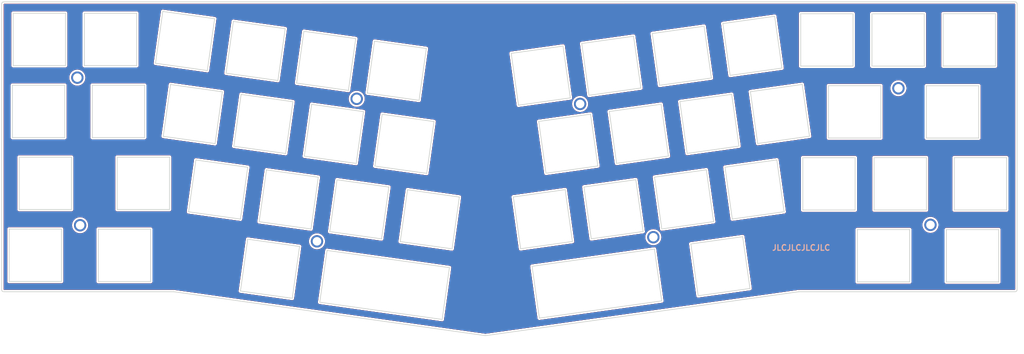
<source format=kicad_pcb>
(kicad_pcb (version 20210126) (generator pcbnew)
  (layers (0 "F.Cu" signal) (31 "B.Cu" signal) (34 "B.Paste" user) (35 "F.Paste" user) (36 "B.SilkS" user "B.Silkscreen") (37 "F.SilkS" user "F.Silkscreen") (38 "B.Mask" user) (39 "F.Mask" user) (44 "Edge.Cuts" user))
  (net 0 "")
  (footprint "keyboard_parts:MountingHole_M2" (layer "F.Cu") (at 93.64 98.26)
    (fp_text reference "H6" hide)
    (fp_text value "Hole")
    (pad "1" thru_hole circle (at 0 0) (size 3.3 3.3) (drill 2.3) (layers *.Cu *.Mask))
  )
  (footprint "keyboard_parts:MountingHole_M2" (layer "F.Cu") (at 29.56 54.49)
    (fp_text reference "H1" hide)
    (fp_text value "Hole")
    (pad "1" thru_hole circle (at 0 0) (size 3.3 3.3) (drill 2.3) (layers *.Cu *.Mask))
  )
  (footprint "keyboard_parts:MountingHole_M2" (layer "F.Cu") (at 249.12 57.33)
    (fp_text reference "H3" hide)
    (fp_text value "Hole")
    (pad "1" thru_hole circle (at 0 0) (size 3.3 3.3) (drill 2.3) (layers *.Cu *.Mask))
  )
  (footprint "keyboard_parts:MountingHole_M2" (layer "F.Cu") (at 104.26 60.15)
    (fp_text reference "H5" hide)
    (fp_text value "Hole")
    (pad "1" thru_hole circle (at 0 0) (size 3.3 3.3) (drill 2.3) (layers *.Cu *.Mask))
  )
  (footprint "keyboard_parts:MountingHole_M2" (layer "F.Cu") (at 183.58 97.16)
    (fp_text reference "H7" hide)
    (fp_text value "Hole")
    (pad "1" thru_hole circle (at 0 0) (size 3.3 3.3) (drill 2.3) (layers *.Cu *.Mask))
  )
  (footprint "keyboard_parts:MountingHole_M2" (layer "F.Cu") (at 257.68 93.86)
    (fp_text reference "H4" hide)
    (fp_text value "Hole")
    (pad "1" thru_hole circle (at 0 0) (size 3.3 3.3) (drill 2.3) (layers *.Cu *.Mask))
  )
  (footprint "keyboard_parts:MountingHole_M2" (layer "F.Cu") (at 164 61.52)
    (fp_text reference "H8" hide)
    (fp_text value "Hole")
    (pad "1" thru_hole circle (at 0 0) (size 3.3 3.3) (drill 2.3) (layers *.Cu *.Mask))
  )
  (footprint "keyboard_parts:MountingHole_M2" (layer "F.Cu") (at 30.3 93.96)
    (fp_text reference "H2" hide)
    (fp_text value "Hole")
    (pad "1" thru_hole circle (at 0 0) (size 3.3 3.3) (drill 2.3) (layers *.Cu *.Mask))
  )
  (gr_line (start 187.612 75.46) (end 173.748 77.4084) (layer "Edge.Cuts") (width 0.2))
  (gr_line (start 104.002 44.0446) (end 102.054 57.9084) (layer "Edge.Cuts") (width 0.2))
  (gr_line (start 26.396 37.2623) (end 26.396 51.2623) (layer "Edge.Cuts") (width 0.2))
  (gr_line (start 11.326 108.9823) (end 11.326 94.9823) (layer "Edge.Cuts") (width 0.2))
  (gr_line (start 244.416 70.6423) (end 230.416 70.6423) (layer "Edge.Cuts") (width 0.2))
  (gr_line (start 75.1221 78.4546) (end 73.1737 92.3184) (layer "Edge.Cuts") (width 0.2))
  (gr_line (start 31.436 37.2723) (end 45.436 37.2723) (layer "Edge.Cuts") (width 0.2))
  (gr_line (start 64.323699 52.5984) (end 50.4599 50.65) (layer "Edge.Cuts") (width 0.2))
  (gr_line (start 73.3483 58.9762) (end 87.2121 60.9246) (layer "Edge.Cuts") (width 0.2))
  (gr_line (start 193.61 98.9546) (end 207.473999 97.0062) (layer "Edge.Cuts") (width 0.2))
  (gr_line (start 218.551999 90.35) (end 204.688 92.2984) (layer "Edge.Cuts") (width 0.2))
  (gr_line (start 211.478 72.1084) (end 209.53 58.2446) (layer "Edge.Cuts") (width 0.2))
  (gr_line (start 183.878 100.3273) (end 185.826 114.1913) (layer "Edge.Cuts") (width 0.2))
  (gr_line (start 238.116 109.1123) (end 238.116 95.1123) (layer "Edge.Cuts") (width 0.2))
  (gr_line (start 9.836 34.2337) (end 280.336 34.2337) (layer "Edge.Cuts") (width 0.2))
  (gr_line (start 49.156 109.0023) (end 35.156 109.0023) (layer "Edge.Cuts") (width 0.2))
  (gr_line (start 256.606 75.8823) (end 256.606 89.8823) (layer "Edge.Cuts") (width 0.2))
  (gr_line (start 216.604 76.4862) (end 218.551999 90.35) (layer "Edge.Cuts") (width 0.2))
  (gr_line (start 78.1799 93.02) (end 80.1283 79.1562) (layer "Edge.Cuts") (width 0.2))
  (gr_line (start 109.018 44.7462) (end 122.882 46.6946) (layer "Edge.Cuts") (width 0.2))
  (gr_line (start 28.006 89.7523) (end 14.006 89.7523) (layer "Edge.Cuts") (width 0.2))
  (gr_line (start 138.608217 123.466406) (end 55.403882 111.738192) (layer "Edge.Cuts") (width 0.2))
  (gr_line (start 31.436 51.2723) (end 31.436 37.2723) (layer "Edge.Cuts") (width 0.2))
  (gr_line (start 160.003999 84.4362) (end 161.952 98.3) (layer "Edge.Cuts") (width 0.2))
  (gr_line (start 237.546 89.8923) (end 223.546 89.8923) (layer "Edge.Cuts") (width 0.2))
  (gr_line (start 183.29 42.6846) (end 197.154 40.7362) (layer "Edge.Cuts") (width 0.2))
  (gr_line (start 92.0437 94.9684) (end 78.1799 93.02) (layer "Edge.Cuts") (width 0.2))
  (gr_line (start 85.1421 41.3946) (end 83.1937 55.2584) (layer "Edge.Cuts") (width 0.2))
  (gr_line (start 159.434 46.0462) (end 161.382 59.91) (layer "Edge.Cuts") (width 0.2))
  (gr_line (start 54.206 89.7523) (end 40.206 89.7523) (layer "Edge.Cuts") (width 0.2))
  (gr_line (start 165.03 83.7246) (end 178.894 81.7762) (layer "Edge.Cuts") (width 0.2))
  (gr_line (start 236.986 51.4023) (end 222.986 51.4023) (layer "Edge.Cuts") (width 0.2))
  (gr_line (start 252.116 109.1123) (end 238.116 109.1123) (layer "Edge.Cuts") (width 0.2))
  (gr_line (start 120.934 60.5584) (end 107.07 58.61) (layer "Edge.Cuts") (width 0.2))
  (gr_line (start 9.336 111.2333) (end 9.336 34.7337) (layer "Edge.Cuts") (width 0.2))
  (gr_line (start 223.546 89.8923) (end 223.546 75.8923) (layer "Edge.Cuts") (width 0.2))
  (gr_line (start 117.848 84.4662) (end 131.712 86.4146) (layer "Edge.Cuts") (width 0.2))
  (gr_line (start 12.396 51.2623) (end 12.396 37.2623) (layer "Edge.Cuts") (width 0.2))
  (gr_line (start 68.3421 58.2746) (end 66.3937 72.1384) (layer "Edge.Cuts") (width 0.2))
  (gr_line (start 25.326 108.9823) (end 11.326 108.9823) (layer "Edge.Cuts") (width 0.2))
  (gr_line (start 90.2599 75.49) (end 92.2083 61.6262) (layer "Edge.Cuts") (width 0.2))
  (gr_line (start 209.53 58.2446) (end 223.394 56.2962) (layer "Edge.Cuts") (width 0.2))
  (gr_line (start 107.07 58.61) (end 109.018 44.7462) (layer "Edge.Cuts") (width 0.2))
  (gr_line (start 49.156 95.0023) (end 49.156 109.0023) (layer "Edge.Cuts") (width 0.2))
  (gr_line (start 35.156 95.0023) (end 49.156 95.0023) (layer "Edge.Cuts") (width 0.2))
  (gr_line (start 147.518 61.8584) (end 145.569999 47.9946) (layer "Edge.Cuts") (width 0.2))
  (gr_line (start 26.396 51.2623) (end 12.396 51.2623) (layer "Edge.Cuts") (width 0.2))
  (gr_line (start 280.336 111.7333) (end 222.479 111.733301) (layer "Edge.Cuts") (width 0.2))
  (gr_line (start 204.108 53.8884) (end 202.16 40.0246) (layer "Edge.Cuts") (width 0.2))
  (gr_line (start 73.1699 111.5503) (end 75.1183 97.6862) (layer "Edge.Cuts") (width 0.2))
  (gr_line (start 261.936 95.1323) (end 275.936 95.1323) (layer "Edge.Cuts") (width 0.2))
  (gr_line (start 185.238 56.5484) (end 183.29 42.6846) (layer "Edge.Cuts") (width 0.2))
  (gr_line (start 199.102 54.6) (end 185.238 56.5484) (layer "Edge.Cuts") (width 0.2))
  (gr_line (start 173.748 77.4084) (end 171.8 63.5446) (layer "Edge.Cuts") (width 0.2))
  (gr_line (start 127.112 119.1533) (end 94.3839 114.5533) (layer "Edge.Cuts") (width 0.2))
  (gr_line (start 124.932 66.234599) (end 122.984 80.0984) (layer "Edge.Cuts") (width 0.2))
  (gr_arc (start 138.678 122.9713) (end 138.608217 123.466406) (angle -16.0022) (layer "Edge.Cuts") (width 0.2))
  (gr_line (start 14.006 89.7523) (end 14.006 75.7523) (layer "Edge.Cuts") (width 0.2))
  (gr_line (start 199.702 93) (end 185.838 94.9484) (layer "Edge.Cuts") (width 0.2))
  (gr_line (start 166.794 64.2462) (end 168.741999 78.11) (layer "Edge.Cuts") (width 0.2))
  (gr_arc (start 280.336 111.2333) (end 280.336 111.7333) (angle -90) (layer "Edge.Cuts") (width 0.2))
  (gr_line (start 75.1183 97.6862) (end 88.9821 99.6346) (layer "Edge.Cuts") (width 0.2))
  (gr_line (start 112.862 83.7446) (end 110.913999 97.6084) (layer "Edge.Cuts") (width 0.2))
  (gr_line (start 171.8 63.5446) (end 185.664 61.5962) (layer "Edge.Cuts") (width 0.2))
  (gr_line (start 28.006 75.7523) (end 28.006 89.7523) (layer "Edge.Cuts") (width 0.2))
  (gr_line (start 12.396 37.2623) (end 26.396 37.2623) (layer "Edge.Cuts") (width 0.2))
  (gr_line (start 161.382 59.91) (end 147.518 61.8584) (layer "Edge.Cuts") (width 0.2))
  (gr_line (start 96.3323 100.6893) (end 129.061 105.2893) (layer "Edge.Cuts") (width 0.2))
  (gr_line (start 238.116 95.1123) (end 252.116 95.1123) (layer "Edge.Cuts") (width 0.2))
  (gr_line (start 50.4599 50.65) (end 52.4083 36.7862) (layer "Edge.Cuts") (width 0.2))
  (gr_line (start 106.072 63.5746) (end 104.123999 77.4384) (layer "Edge.Cuts") (width 0.2))
  (gr_line (start 71.3999 72.84) (end 73.3483 58.9762) (layer "Edge.Cuts") (width 0.2))
  (gr_line (start 225.341999 70.16) (end 211.478 72.1084) (layer "Edge.Cuts") (width 0.2))
  (gr_line (start 256.596 56.6523) (end 270.596 56.6523) (layer "Edge.Cuts") (width 0.2))
  (gr_line (start 85.2637 74.7884) (end 71.3999 72.84) (layer "Edge.Cuts") (width 0.2))
  (gr_line (start 256.596 70.6523) (end 256.596 56.6523) (layer "Edge.Cuts") (width 0.2))
  (gr_line (start 209.422 110.8703) (end 195.558 112.8183) (layer "Edge.Cuts") (width 0.2))
  (gr_line (start 222.986 37.4023) (end 236.986 37.4023) (layer "Edge.Cuts") (width 0.2))
  (gr_line (start 261.066 51.3923) (end 261.066 37.3923) (layer "Edge.Cuts") (width 0.2))
  (gr_line (start 40.206 89.7523) (end 40.206 75.7523) (layer "Edge.Cuts") (width 0.2))
  (gr_line (start 275.936 109.1323) (end 261.936 109.1323) (layer "Edge.Cuts") (width 0.2))
  (gr_line (start 88.9821 99.6346) (end 87.0337 113.4983) (layer "Edge.Cuts") (width 0.2))
  (gr_line (start 183.89 81.0846) (end 197.754 79.1362) (layer "Edge.Cuts") (width 0.2))
  (gr_line (start 275.066 51.3923) (end 261.066 51.3923) (layer "Edge.Cuts") (width 0.2))
  (gr_line (start 61.2583 76.5062) (end 75.1221 78.4546) (layer "Edge.Cuts") (width 0.2))
  (gr_line (start 102.054 57.9084) (end 88.1899 55.96) (layer "Edge.Cuts") (width 0.2))
  (gr_line (start 97.0499 95.66) (end 98.9983 81.7962) (layer "Edge.Cuts") (width 0.2))
  (gr_line (start 197.754 79.1362) (end 199.702 93) (layer "Edge.Cuts") (width 0.2))
  (gr_line (start 88.1899 55.96) (end 90.1383 42.0962) (layer "Edge.Cuts") (width 0.2))
  (gr_line (start 80.1283 79.1562) (end 93.9921 81.1046) (layer "Edge.Cuts") (width 0.2))
  (gr_line (start 33.545999 56.5123) (end 47.546 56.5123) (layer "Edge.Cuts") (width 0.2))
  (gr_line (start 52.5299 70.19) (end 54.4783 56.3262) (layer "Edge.Cuts") (width 0.2))
  (gr_line (start 26.206 70.5123) (end 12.206 70.5123) (layer "Edge.Cuts") (width 0.2))
  (gr_arc (start 280.336 34.7337) (end 280.835999 34.733701) (angle -90.00001459) (layer "Edge.Cuts") (width 0.2))
  (gr_line (start 12.206 56.5123) (end 26.206 56.5123) (layer "Edge.Cuts") (width 0.2))
  (gr_line (start 83.1937 55.2584) (end 69.3299 53.31) (layer "Edge.Cuts") (width 0.2))
  (gr_line (start 104.123999 77.4384) (end 90.2599 75.49) (layer "Edge.Cuts") (width 0.2))
  (gr_line (start 55.3341 111.733299) (end 9.836 111.7333) (layer "Edge.Cuts") (width 0.2))
  (gr_line (start 71.2783 39.4462) (end 85.1421 41.3946) (layer "Edge.Cuts") (width 0.2))
  (gr_line (start 14.006 75.7523) (end 28.006 75.7523) (layer "Edge.Cuts") (width 0.2))
  (gr_line (start 180.241999 57.27) (end 166.378 59.2184) (layer "Edge.Cuts") (width 0.2))
  (gr_line (start 275.936 95.1323) (end 275.936 109.1323) (layer "Edge.Cuts") (width 0.2))
  (gr_line (start 87.0337 113.4983) (end 73.1699 111.5503) (layer "Edge.Cuts") (width 0.2))
  (gr_arc (start 55.3341 112.2333) (end 55.403882 111.738192) (angle -8.0227) (layer "Edge.Cuts") (width 0.2))
  (gr_line (start 217.972 51.94) (end 204.108 53.8884) (layer "Edge.Cuts") (width 0.2))
  (gr_line (start 195.558 112.8183) (end 193.61 98.9546) (layer "Edge.Cuts") (width 0.2))
  (gr_arc (start 9.836 111.2333) (end 9.336 111.2333) (angle -90) (layer "Edge.Cuts") (width 0.2))
  (gr_line (start 190.67 60.8946) (end 204.534 58.9462) (layer "Edge.Cuts") (width 0.2))
  (gr_line (start 69.3299 53.31) (end 71.2783 39.4462) (layer "Edge.Cuts") (width 0.2))
  (gr_line (start 202.16 40.0246) (end 216.024 38.0762) (layer "Edge.Cuts") (width 0.2))
  (gr_arc (start 222.479 112.233299) (end 222.479 111.733301) (angle -7.9795) (layer "Edge.Cuts") (width 0.2))
  (gr_line (start 204.688 92.2984) (end 202.74 78.4346) (layer "Edge.Cuts") (width 0.2))
  (gr_line (start 185.826 114.1913) (end 153.098 118.7913) (layer "Edge.Cuts") (width 0.2))
  (gr_line (start 54.4783 56.3262) (end 68.3421 58.2746) (layer "Edge.Cuts") (width 0.2))
  (gr_line (start 92.2083 61.6262) (end 106.072 63.5746) (layer "Edge.Cuts") (width 0.2))
  (gr_line (start 242.026 37.4123) (end 256.025999 37.4123) (layer "Edge.Cuts") (width 0.2))
  (gr_line (start 54.206 75.7523) (end 54.206 89.7523) (layer "Edge.Cuts") (width 0.2))
  (gr_line (start 66.3937 72.1384) (end 52.5299 70.19) (layer "Edge.Cuts") (width 0.2))
  (gr_line (start 154.878 80.0584) (end 152.93 66.1946) (layer "Edge.Cuts") (width 0.2))
  (gr_line (start 66.2721 38.7346) (end 64.323699 52.5984) (layer "Edge.Cuts") (width 0.2))
  (gr_line (start 230.416 70.6423) (end 230.416 56.6423) (layer "Edge.Cuts") (width 0.2))
  (gr_line (start 178.294 43.4062) (end 180.241999 57.27) (layer "Edge.Cuts") (width 0.2))
  (gr_line (start 237.546 75.8923) (end 237.546 89.8923) (layer "Edge.Cuts") (width 0.2))
  (gr_line (start 47.546 70.5123) (end 33.545999 70.5123) (layer "Edge.Cuts") (width 0.2))
  (gr_line (start 242.026 51.4123) (end 242.026 37.4123) (layer "Edge.Cuts") (width 0.2))
  (gr_line (start 230.416 56.6423) (end 244.416 56.6423) (layer "Edge.Cuts") (width 0.2))
  (gr_line (start 151.15 104.9273) (end 183.878 100.3273) (layer "Edge.Cuts") (width 0.2))
  (gr_line (start 256.025999 51.4123) (end 242.026 51.4123) (layer "Edge.Cuts") (width 0.2))
  (gr_line (start 261.936 109.1323) (end 261.936 95.1323) (layer "Edge.Cuts") (width 0.2))
  (gr_line (start 256.025999 37.4123) (end 256.025999 51.4123) (layer "Edge.Cuts") (width 0.2))
  (gr_line (start 26.206 56.5123) (end 26.206 70.5123) (layer "Edge.Cuts") (width 0.2))
  (gr_line (start 98.9983 81.7962) (end 112.862 83.7446) (layer "Edge.Cuts") (width 0.2))
  (gr_line (start 178.894 81.7762) (end 180.841999 95.64) (layer "Edge.Cuts") (width 0.2))
  (gr_line (start 216.024 38.0762) (end 217.972 51.94) (layer "Edge.Cuts") (width 0.2))
  (gr_line (start 192.618 74.7584) (end 190.67 60.8946) (layer "Edge.Cuts") (width 0.2))
  (gr_line (start 207.473999 97.0062) (end 209.422 110.8703) (layer "Edge.Cuts") (width 0.2))
  (gr_line (start 204.534 58.9462) (end 206.482 72.81) (layer "Edge.Cuts") (width 0.2))
  (gr_line (start 180.841999 95.64) (end 166.978 97.5884) (layer "Edge.Cuts") (width 0.2))
  (gr_line (start 242.606 89.8823) (end 242.606 75.8823) (layer "Edge.Cuts") (width 0.2))
  (gr_line (start 90.1383 42.0962) (end 104.002 44.0446) (layer "Edge.Cuts") (width 0.2))
  (gr_arc (start 9.836 34.7337) (end 9.836 34.2337) (angle -90) (layer "Edge.Cuts") (width 0.2))
  (gr_line (start 12.206 70.5123) (end 12.206 56.5123) (layer "Edge.Cuts") (width 0.2))
  (gr_line (start 270.596 70.6523) (end 256.596 70.6523) (layer "Edge.Cuts") (width 0.2))
  (gr_line (start 45.436 51.2723) (end 31.436 51.2723) (layer "Edge.Cuts") (width 0.2))
  (gr_line (start 236.986 37.4023) (end 236.986 51.4023) (layer "Edge.Cuts") (width 0.2))
  (gr_line (start 256.606 89.8823) (end 242.606 89.8823) (layer "Edge.Cuts") (width 0.2))
  (gr_line (start 222.40959 111.738142) (end 138.747409 123.466458) (layer "Edge.Cuts") (width 0.2))
  (gr_line (start 115.9 98.33) (end 117.848 84.4662) (layer "Edge.Cuts") (width 0.2))
  (gr_line (start 278.036 89.8823) (end 264.036 89.8823) (layer "Edge.Cuts") (width 0.2))
  (gr_line (start 87.2121 60.9246) (end 85.2637 74.7884) (layer "Edge.Cuts") (width 0.2))
  (gr_line (start 161.952 98.3) (end 148.088 100.2483) (layer "Edge.Cuts") (width 0.2))
  (gr_line (start 122.984 80.0984) (end 109.12 78.15) (layer "Edge.Cuts") (width 0.2))
  (gr_line (start 45.436 37.2723) (end 45.436 51.2723) (layer "Edge.Cuts") (width 0.2))
  (gr_line (start 145.569999 47.9946) (end 159.434 46.0462) (layer "Edge.Cuts") (width 0.2))
  (gr_line (start 153.098 118.7913) (end 151.15 104.9273) (layer "Edge.Cuts") (width 0.2))
  (gr_line (start 278.036 75.8823) (end 278.036 89.8823) (layer "Edge.Cuts") (width 0.2))
  (gr_line (start 11.326 94.9823) (end 25.326 94.9823) (layer "Edge.Cuts") (width 0.2))
  (gr_line (start 223.546 75.8923) (end 237.546 75.8923) (layer "Edge.Cuts") (width 0.2))
  (gr_line (start 242.606 75.8823) (end 256.606 75.8823) (layer "Edge.Cuts") (width 0.2))
  (gr_line (start 166.978 97.5884) (end 165.03 83.7246) (layer "Edge.Cuts") (width 0.2))
  (gr_line (start 47.546 56.5123) (end 47.546 70.5123) (layer "Edge.Cuts") (width 0.2))
  (gr_line (start 148.088 100.2483) (end 146.14 86.3846) (layer "Edge.Cuts") (width 0.2))
  (gr_line (start 109.12 78.15) (end 111.068 64.2862) (layer "Edge.Cuts") (width 0.2))
  (gr_line (start 59.3099 90.37) (end 61.2583 76.5062) (layer "Edge.Cuts") (width 0.2))
  (gr_line (start 40.206 75.7523) (end 54.206 75.7523) (layer "Edge.Cuts") (width 0.2))
  (gr_line (start 73.1737 92.3184) (end 59.3099 90.37) (layer "Edge.Cuts") (width 0.2))
  (gr_line (start 264.036 75.8823) (end 278.036 75.8823) (layer "Edge.Cuts") (width 0.2))
  (gr_line (start 197.154 40.7362) (end 199.102 54.6) (layer "Edge.Cuts") (width 0.2))
  (gr_line (start 94.3839 114.5533) (end 96.3323 100.6893) (layer "Edge.Cuts") (width 0.2))
  (gr_line (start 280.835999 34.733701) (end 280.836 111.2333) (layer "Edge.Cuts") (width 0.2))
  (gr_line (start 185.838 94.9484) (end 183.89 81.0846) (layer "Edge.Cuts") (width 0.2))
  (gr_line (start 131.712 86.4146) (end 129.764 100.2783) (layer "Edge.Cuts") (width 0.2))
  (gr_line (start 275.066 37.3923) (end 275.066 51.3923) (layer "Edge.Cuts") (width 0.2))
  (gr_line (start 110.913999 97.6084) (end 97.0499 95.66) (layer "Edge.Cuts") (width 0.2))
  (gr_line (start 111.068 64.2862) (end 124.932 66.234599) (layer "Edge.Cuts") (width 0.2))
  (gr_line (start 33.545999 70.5123) (end 33.545999 56.5123) (layer "Edge.Cuts") (width 0.2))
  (gr_line (start 270.596 56.6523) (end 270.596 70.6523) (layer "Edge.Cuts") (width 0.2))
  (gr_line (start 185.664 61.5962) (end 187.612 75.46) (layer "Edge.Cuts") (width 0.2))
  (gr_line (start 168.741999 78.11) (end 154.878 80.0584) (layer "Edge.Cuts") (width 0.2))
  (gr_line (start 164.43 45.3546) (end 178.294 43.4062) (layer "Edge.Cuts") (width 0.2))
  (gr_line (start 122.882 46.6946) (end 120.934 60.5584) (layer "Edge.Cuts") (width 0.2))
  (gr_line (start 206.482 72.81) (end 192.618 74.7584) (layer "Edge.Cuts") (width 0.2))
  (gr_line (start 152.93 66.1946) (end 166.794 64.2462) (layer "Edge.Cuts") (width 0.2))
  (gr_line (start 166.378 59.2184) (end 164.43 45.3546) (layer "Edge.Cuts") (width 0.2))
  (gr_line (start 129.764 100.2783) (end 115.9 98.33) (layer "Edge.Cuts") (width 0.2))
  (gr_line (start 261.066 37.3923) (end 275.066 37.3923) (layer "Edge.Cuts") (width 0.2))
  (gr_line (start 146.14 86.3846) (end 160.003999 84.4362) (layer "Edge.Cuts") (width 0.2))
  (gr_line (start 93.9921 81.1046) (end 92.0437 94.9684) (layer "Edge.Cuts") (width 0.2))
  (gr_line (start 52.4083 36.7862) (end 66.2721 38.7346) (layer "Edge.Cuts") (width 0.2))
  (gr_line (start 25.326 94.9823) (end 25.326 108.9823) (layer "Edge.Cuts") (width 0.2))
  (gr_line (start 202.74 78.4346) (end 216.604 76.4862) (layer "Edge.Cuts") (width 0.2))
  (gr_line (start 244.416 56.6423) (end 244.416 70.6423) (layer "Edge.Cuts") (width 0.2))
  (gr_line (start 264.036 89.8823) (end 264.036 75.8823) (layer "Edge.Cuts") (width 0.2))
  (gr_line (start 223.394 56.2962) (end 225.341999 70.16) (layer "Edge.Cuts") (width 0.2))
  (gr_line (start 252.116 95.1123) (end 252.116 109.1123) (layer "Edge.Cuts") (width 0.2))
  (gr_line (start 35.156 109.0023) (end 35.156 95.0023) (layer "Edge.Cuts") (width 0.2))
  (gr_line (start 129.061 105.2893) (end 127.112 119.1533) (layer "Edge.Cuts") (width 0.2))
  (gr_line (start 222.986 51.4023) (end 222.986 37.4023) (layer "Edge.Cuts") (width 0.2))
  (gr_text "JLCJLCJLCJLC" (at 223.11 99.97) (layer "B.SilkS") (effects (font (size 1.5 1.5) (thickness 0.3))))
  (zone (net 0) (net_name "") (layers F&B.Cu) (connect_pads (clearance 0.508)) (min_thickness 0.254) (fill yes (thermal_gap 0.508) (thermal_bridge_width 0.508))
    (polygon (pts (xy 282.71 113.01) (xy 224.83 113.37) (xy 140.75 125.01) (xy 56.47 113.22) (xy 9.88 113.37) (xy 9.91 34.76) (xy 282.57 34.73)))
  )
  (zone (net 0) (net_name "") (layer "F.Cu") (connect_pads (clearance 0.508)) (min_thickness 0.254) (fill yes (thermal_gap 0.508) (thermal_bridge_width 0.508))
    (polygon (pts (xy 281.71 112.01) (xy 223.83 112.37) (xy 139.75 124.01) (xy 55.47 112.22) (xy 8.88 112.37) (xy 8.91 33.76) (xy 281.57 33.73)))
  )
)
</source>
